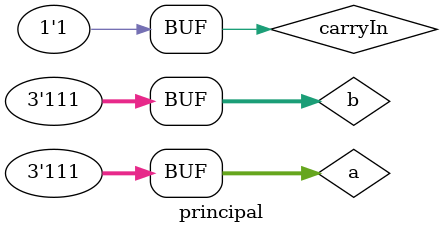
<source format=v>


module halfAdder(output s0,output s1,
					input a,input b);
	xor xor1(s0,a,b);
	and and1(s1,a,b);
endmodule //halfadder

module fullAdder(output s,output carryOut,
input a,input b,input carryIn);
	wire w0,w1,w2;
	halfAdder hf1(w0,w1,a,b);
	halfAdder hf2(s,w2,w0,carryIn);
	or or1(carryOut,w2,w1);
endmodule //fullAdder

module fullSubtractor(output[3:0]s,input[2:0]a,
							input[2:0]b,input carryIn);
 wire aux[2:0]; //complemento de 1
 wire carryOut[2:0];
 xor xor1(aux[0],b[0],carryIn);
 xor xor2(aux[1],b[1],carryIn);
 xor xor3(aux[2],b[2],carryIn);
 
 fullAdder fa1(s[0],carryOut[0],a[0],aux[0],carryIn);
 fullAdder fa2(s[1],carryOut[1],a[1],aux[1],carryOut[0]);
 fullAdder fa3(s[2],carryOut[2],a[2],aux[2],carryOut[1]);
 xor xor4(s[3],carryOut[2],carryIn);
 
endmodule //fullSubtractor

module principal;
	reg [2:0]a,b;
	reg carryIn;
	wire [3:0]s;
	fullSubtractor fs1(s,a,b,carryIn);
	initial begin
		carryIn = 1;
		a = 0; b = 0;
		$display("Exemplo0022 - Guilherme Diniz de Assumpção - 462269"); 
		$display("Test ALU's full subtractor");
		$display("t a - b = s");
		$monitor("%d %3b - %3b = %4b",$time,a,b,s);
		#1 b = 1;
		#1 b = 2;
		#1 b = 3;
		#1 b = 4;
		#1 b = 5;
		#1 b = 6;
		#1 b = 7;
		
		#1 a = 1; b = 0;
		#1 b = 1;
		#1 b = 2;
		#1 b = 3;
		#1 b = 4;
		#1 b = 5;
		#1 b = 6;
		#1 b = 7;
		
		#1 a = 2; b = 0;
		#1 b = 1;
		#1 b = 2;
		#1 b = 3;
		#1 b = 4;
		#1 b = 5;
		#1 b = 6;
		#1 b = 7;
		
		#1 a = 3; b = 0;
		#1 b = 1;
		#1 b = 2;
		#1 b = 3;
		#1 b = 4;
		#1 b = 5;
		#1 b = 6;
		#1 b = 7;
		
		#1 a = 4; b = 0;
		#1 b = 1;
		#1 b = 2;
		#1 b = 3;
		#1 b = 4;
		#1 b = 5;
		#1 b = 6;
		#1 b = 7;
		
		#1 a = 5; b = 0;
		#1 b = 1;
		#1 b = 2;
		#1 b = 3;
		#1 b = 4;
		#1 b = 5;
		#1 b = 6;
		#1 b = 7;
		
		#1 a = 6; b = 0;
		#1 b = 1;
		#1 b = 2;
		#1 b = 3;
		#1 b = 4;
		#1 b = 5;
		#1 b = 6;
		#1 b = 7;
		
		#1 a = 7; b = 0;
		#1 b = 1;
		#1 b = 2;
		#1 b = 3;
		#1 b = 4;
		#1 b = 5;
		#1 b = 6;
		#1 b = 7;
		
	end
endmodule //principal

</source>
